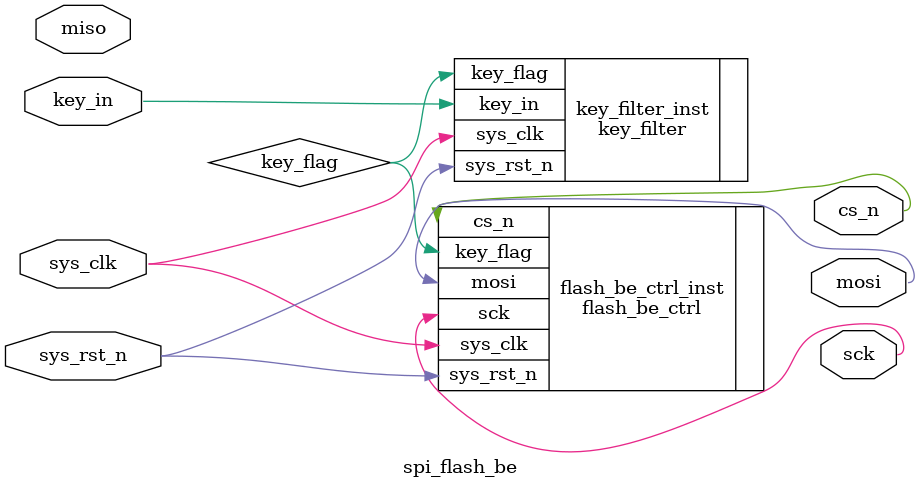
<source format=v>
module  spi_flash_be
(
    input   wire            sys_clk     ,
    input   wire            sys_rst_n   ,
    input   wire            key_in      ,
    input   wire            miso        ,

    output  wire            cs_n        ,
    output  wire            sck         ,
    output  wire            mosi
);

wire    key_flag;

key_filter
#(
    .CNT_MAX (20'd999_999)
)
key_filter_inst
(
    .sys_clk    (sys_clk),
    .sys_rst_n  (sys_rst_n),
    .key_in     (key_in),

    .key_flag   (key_flag)
);

flash_be_ctrl   flash_be_ctrl_inst
(
    .sys_clk     (sys_clk),
    .sys_rst_n   (sys_rst_n),
    .key_flag    (key_flag),

    .cs_n        (cs_n),
    .sck         (sck),
    .mosi        (mosi)
);



endmodule

</source>
